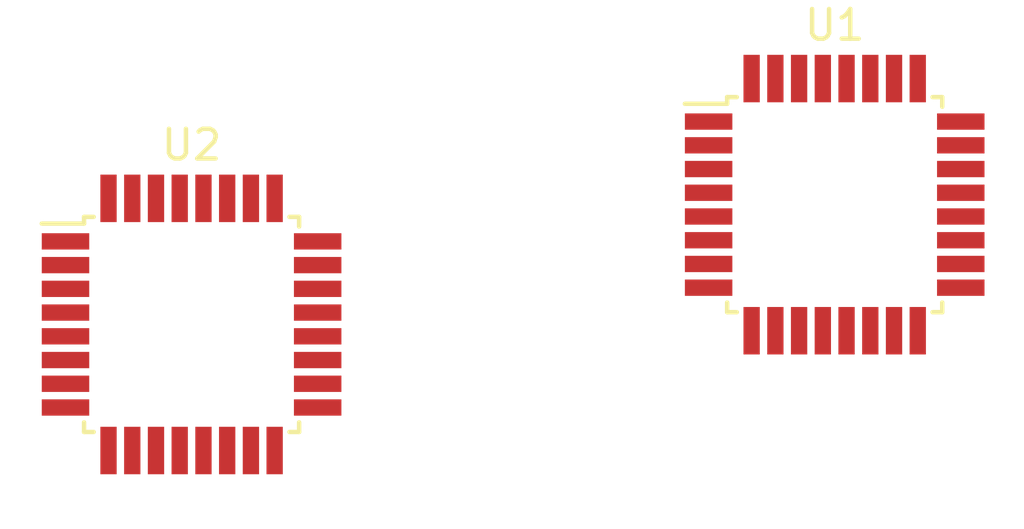
<source format=kicad_pcb>
(kicad_pcb (version 4) (host pcbnew 4.0.7)

  (general
    (links 0)
    (no_connects 0)
    (area 0 0 0 0)
    (thickness 1.6)
    (drawings 0)
    (tracks 0)
    (zones 0)
    (modules 2)
    (nets 1)
  )

  (page A4)
  (layers
    (0 F.Cu signal)
    (31 B.Cu signal)
    (32 B.Adhes user)
    (33 F.Adhes user)
    (34 B.Paste user)
    (35 F.Paste user)
    (36 B.SilkS user)
    (37 F.SilkS user)
    (38 B.Mask user)
    (39 F.Mask user)
    (40 Dwgs.User user)
    (41 Cmts.User user)
    (42 Eco1.User user)
    (43 Eco2.User user)
    (44 Edge.Cuts user)
    (45 Margin user)
    (46 B.CrtYd user)
    (47 F.CrtYd user)
    (48 B.Fab user)
    (49 F.Fab user)
  )

  (setup
    (last_trace_width 0.25)
    (trace_clearance 0.2)
    (zone_clearance 0.508)
    (zone_45_only no)
    (trace_min 0.2)
    (segment_width 0.2)
    (edge_width 0.15)
    (via_size 0.6)
    (via_drill 0.4)
    (via_min_size 0.4)
    (via_min_drill 0.3)
    (uvia_size 0.3)
    (uvia_drill 0.1)
    (uvias_allowed no)
    (uvia_min_size 0.2)
    (uvia_min_drill 0.1)
    (pcb_text_width 0.3)
    (pcb_text_size 1.5 1.5)
    (mod_edge_width 0.15)
    (mod_text_size 1 1)
    (mod_text_width 0.15)
    (pad_size 1.524 1.524)
    (pad_drill 0.762)
    (pad_to_mask_clearance 0.2)
    (aux_axis_origin 0 0)
    (visible_elements FFFFFF7F)
    (pcbplotparams
      (layerselection 0x00030_80000001)
      (usegerberextensions false)
      (excludeedgelayer true)
      (linewidth 0.100000)
      (plotframeref false)
      (viasonmask false)
      (mode 1)
      (useauxorigin false)
      (hpglpennumber 1)
      (hpglpenspeed 20)
      (hpglpendiameter 15)
      (hpglpenoverlay 2)
      (psnegative false)
      (psa4output false)
      (plotreference true)
      (plotvalue true)
      (plotinvisibletext false)
      (padsonsilk false)
      (subtractmaskfromsilk false)
      (outputformat 1)
      (mirror false)
      (drillshape 1)
      (scaleselection 1)
      (outputdirectory ""))
  )

  (net 0 "")

  (net_class Default "Dies ist die voreingestellte Netzklasse."
    (clearance 0.2)
    (trace_width 0.25)
    (via_dia 0.6)
    (via_drill 0.4)
    (uvia_dia 0.3)
    (uvia_drill 0.1)
  )

  (module Housings_QFP:TQFP-32_7x7mm_Pitch0.8mm (layer F.Cu) (tedit 58CC9A48) (tstamp 5AD875E7)
    (at 170.18 100.965)
    (descr "32-Lead Plastic Thin Quad Flatpack (PT) - 7x7x1.0 mm Body, 2.00 mm [TQFP] (see Microchip Packaging Specification 00000049BS.pdf)")
    (tags "QFP 0.8")
    (path /5AD87306)
    (attr smd)
    (fp_text reference U1 (at 0 -6.05) (layer F.SilkS)
      (effects (font (size 1 1) (thickness 0.15)))
    )
    (fp_text value ATMEGA328P-AU (at 0 6.05) (layer F.Fab)
      (effects (font (size 1 1) (thickness 0.15)))
    )
    (fp_text user %R (at 0 0) (layer F.Fab)
      (effects (font (size 1 1) (thickness 0.15)))
    )
    (fp_line (start -2.5 -3.5) (end 3.5 -3.5) (layer F.Fab) (width 0.15))
    (fp_line (start 3.5 -3.5) (end 3.5 3.5) (layer F.Fab) (width 0.15))
    (fp_line (start 3.5 3.5) (end -3.5 3.5) (layer F.Fab) (width 0.15))
    (fp_line (start -3.5 3.5) (end -3.5 -2.5) (layer F.Fab) (width 0.15))
    (fp_line (start -3.5 -2.5) (end -2.5 -3.5) (layer F.Fab) (width 0.15))
    (fp_line (start -5.3 -5.3) (end -5.3 5.3) (layer F.CrtYd) (width 0.05))
    (fp_line (start 5.3 -5.3) (end 5.3 5.3) (layer F.CrtYd) (width 0.05))
    (fp_line (start -5.3 -5.3) (end 5.3 -5.3) (layer F.CrtYd) (width 0.05))
    (fp_line (start -5.3 5.3) (end 5.3 5.3) (layer F.CrtYd) (width 0.05))
    (fp_line (start -3.625 -3.625) (end -3.625 -3.4) (layer F.SilkS) (width 0.15))
    (fp_line (start 3.625 -3.625) (end 3.625 -3.3) (layer F.SilkS) (width 0.15))
    (fp_line (start 3.625 3.625) (end 3.625 3.3) (layer F.SilkS) (width 0.15))
    (fp_line (start -3.625 3.625) (end -3.625 3.3) (layer F.SilkS) (width 0.15))
    (fp_line (start -3.625 -3.625) (end -3.3 -3.625) (layer F.SilkS) (width 0.15))
    (fp_line (start -3.625 3.625) (end -3.3 3.625) (layer F.SilkS) (width 0.15))
    (fp_line (start 3.625 3.625) (end 3.3 3.625) (layer F.SilkS) (width 0.15))
    (fp_line (start 3.625 -3.625) (end 3.3 -3.625) (layer F.SilkS) (width 0.15))
    (fp_line (start -3.625 -3.4) (end -5.05 -3.4) (layer F.SilkS) (width 0.15))
    (pad 1 smd rect (at -4.25 -2.8) (size 1.6 0.55) (layers F.Cu F.Paste F.Mask))
    (pad 2 smd rect (at -4.25 -2) (size 1.6 0.55) (layers F.Cu F.Paste F.Mask))
    (pad 3 smd rect (at -4.25 -1.2) (size 1.6 0.55) (layers F.Cu F.Paste F.Mask))
    (pad 4 smd rect (at -4.25 -0.4) (size 1.6 0.55) (layers F.Cu F.Paste F.Mask))
    (pad 5 smd rect (at -4.25 0.4) (size 1.6 0.55) (layers F.Cu F.Paste F.Mask))
    (pad 6 smd rect (at -4.25 1.2) (size 1.6 0.55) (layers F.Cu F.Paste F.Mask))
    (pad 7 smd rect (at -4.25 2) (size 1.6 0.55) (layers F.Cu F.Paste F.Mask))
    (pad 8 smd rect (at -4.25 2.8) (size 1.6 0.55) (layers F.Cu F.Paste F.Mask))
    (pad 9 smd rect (at -2.8 4.25 90) (size 1.6 0.55) (layers F.Cu F.Paste F.Mask))
    (pad 10 smd rect (at -2 4.25 90) (size 1.6 0.55) (layers F.Cu F.Paste F.Mask))
    (pad 11 smd rect (at -1.2 4.25 90) (size 1.6 0.55) (layers F.Cu F.Paste F.Mask))
    (pad 12 smd rect (at -0.4 4.25 90) (size 1.6 0.55) (layers F.Cu F.Paste F.Mask))
    (pad 13 smd rect (at 0.4 4.25 90) (size 1.6 0.55) (layers F.Cu F.Paste F.Mask))
    (pad 14 smd rect (at 1.2 4.25 90) (size 1.6 0.55) (layers F.Cu F.Paste F.Mask))
    (pad 15 smd rect (at 2 4.25 90) (size 1.6 0.55) (layers F.Cu F.Paste F.Mask))
    (pad 16 smd rect (at 2.8 4.25 90) (size 1.6 0.55) (layers F.Cu F.Paste F.Mask))
    (pad 17 smd rect (at 4.25 2.8) (size 1.6 0.55) (layers F.Cu F.Paste F.Mask))
    (pad 18 smd rect (at 4.25 2) (size 1.6 0.55) (layers F.Cu F.Paste F.Mask))
    (pad 19 smd rect (at 4.25 1.2) (size 1.6 0.55) (layers F.Cu F.Paste F.Mask))
    (pad 20 smd rect (at 4.25 0.4) (size 1.6 0.55) (layers F.Cu F.Paste F.Mask))
    (pad 21 smd rect (at 4.25 -0.4) (size 1.6 0.55) (layers F.Cu F.Paste F.Mask))
    (pad 22 smd rect (at 4.25 -1.2) (size 1.6 0.55) (layers F.Cu F.Paste F.Mask))
    (pad 23 smd rect (at 4.25 -2) (size 1.6 0.55) (layers F.Cu F.Paste F.Mask))
    (pad 24 smd rect (at 4.25 -2.8) (size 1.6 0.55) (layers F.Cu F.Paste F.Mask))
    (pad 25 smd rect (at 2.8 -4.25 90) (size 1.6 0.55) (layers F.Cu F.Paste F.Mask))
    (pad 26 smd rect (at 2 -4.25 90) (size 1.6 0.55) (layers F.Cu F.Paste F.Mask))
    (pad 27 smd rect (at 1.2 -4.25 90) (size 1.6 0.55) (layers F.Cu F.Paste F.Mask))
    (pad 28 smd rect (at 0.4 -4.25 90) (size 1.6 0.55) (layers F.Cu F.Paste F.Mask))
    (pad 29 smd rect (at -0.4 -4.25 90) (size 1.6 0.55) (layers F.Cu F.Paste F.Mask))
    (pad 30 smd rect (at -1.2 -4.25 90) (size 1.6 0.55) (layers F.Cu F.Paste F.Mask))
    (pad 31 smd rect (at -2 -4.25 90) (size 1.6 0.55) (layers F.Cu F.Paste F.Mask))
    (pad 32 smd rect (at -2.8 -4.25 90) (size 1.6 0.55) (layers F.Cu F.Paste F.Mask))
    (model ${KISYS3DMOD}/Housings_QFP.3dshapes/TQFP-32_7x7mm_Pitch0.8mm.wrl
      (at (xyz 0 0 0))
      (scale (xyz 1 1 1))
      (rotate (xyz 0 0 0))
    )
  )

  (module Housings_QFP:TQFP-32_7x7mm_Pitch0.8mm (layer F.Cu) (tedit 58CC9A48) (tstamp 5AD8760B)
    (at 148.5011 105.0036)
    (descr "32-Lead Plastic Thin Quad Flatpack (PT) - 7x7x1.0 mm Body, 2.00 mm [TQFP] (see Microchip Packaging Specification 00000049BS.pdf)")
    (tags "QFP 0.8")
    (path /5AD873D0)
    (attr smd)
    (fp_text reference U2 (at 0 -6.05) (layer F.SilkS)
      (effects (font (size 1 1) (thickness 0.15)))
    )
    (fp_text value SAMD20E15A-AU (at 0 6.05) (layer F.Fab)
      (effects (font (size 1 1) (thickness 0.15)))
    )
    (fp_text user %R (at 0 0) (layer F.Fab)
      (effects (font (size 1 1) (thickness 0.15)))
    )
    (fp_line (start -2.5 -3.5) (end 3.5 -3.5) (layer F.Fab) (width 0.15))
    (fp_line (start 3.5 -3.5) (end 3.5 3.5) (layer F.Fab) (width 0.15))
    (fp_line (start 3.5 3.5) (end -3.5 3.5) (layer F.Fab) (width 0.15))
    (fp_line (start -3.5 3.5) (end -3.5 -2.5) (layer F.Fab) (width 0.15))
    (fp_line (start -3.5 -2.5) (end -2.5 -3.5) (layer F.Fab) (width 0.15))
    (fp_line (start -5.3 -5.3) (end -5.3 5.3) (layer F.CrtYd) (width 0.05))
    (fp_line (start 5.3 -5.3) (end 5.3 5.3) (layer F.CrtYd) (width 0.05))
    (fp_line (start -5.3 -5.3) (end 5.3 -5.3) (layer F.CrtYd) (width 0.05))
    (fp_line (start -5.3 5.3) (end 5.3 5.3) (layer F.CrtYd) (width 0.05))
    (fp_line (start -3.625 -3.625) (end -3.625 -3.4) (layer F.SilkS) (width 0.15))
    (fp_line (start 3.625 -3.625) (end 3.625 -3.3) (layer F.SilkS) (width 0.15))
    (fp_line (start 3.625 3.625) (end 3.625 3.3) (layer F.SilkS) (width 0.15))
    (fp_line (start -3.625 3.625) (end -3.625 3.3) (layer F.SilkS) (width 0.15))
    (fp_line (start -3.625 -3.625) (end -3.3 -3.625) (layer F.SilkS) (width 0.15))
    (fp_line (start -3.625 3.625) (end -3.3 3.625) (layer F.SilkS) (width 0.15))
    (fp_line (start 3.625 3.625) (end 3.3 3.625) (layer F.SilkS) (width 0.15))
    (fp_line (start 3.625 -3.625) (end 3.3 -3.625) (layer F.SilkS) (width 0.15))
    (fp_line (start -3.625 -3.4) (end -5.05 -3.4) (layer F.SilkS) (width 0.15))
    (pad 1 smd rect (at -4.25 -2.8) (size 1.6 0.55) (layers F.Cu F.Paste F.Mask))
    (pad 2 smd rect (at -4.25 -2) (size 1.6 0.55) (layers F.Cu F.Paste F.Mask))
    (pad 3 smd rect (at -4.25 -1.2) (size 1.6 0.55) (layers F.Cu F.Paste F.Mask))
    (pad 4 smd rect (at -4.25 -0.4) (size 1.6 0.55) (layers F.Cu F.Paste F.Mask))
    (pad 5 smd rect (at -4.25 0.4) (size 1.6 0.55) (layers F.Cu F.Paste F.Mask))
    (pad 6 smd rect (at -4.25 1.2) (size 1.6 0.55) (layers F.Cu F.Paste F.Mask))
    (pad 7 smd rect (at -4.25 2) (size 1.6 0.55) (layers F.Cu F.Paste F.Mask))
    (pad 8 smd rect (at -4.25 2.8) (size 1.6 0.55) (layers F.Cu F.Paste F.Mask))
    (pad 9 smd rect (at -2.8 4.25 90) (size 1.6 0.55) (layers F.Cu F.Paste F.Mask))
    (pad 10 smd rect (at -2 4.25 90) (size 1.6 0.55) (layers F.Cu F.Paste F.Mask))
    (pad 11 smd rect (at -1.2 4.25 90) (size 1.6 0.55) (layers F.Cu F.Paste F.Mask))
    (pad 12 smd rect (at -0.4 4.25 90) (size 1.6 0.55) (layers F.Cu F.Paste F.Mask))
    (pad 13 smd rect (at 0.4 4.25 90) (size 1.6 0.55) (layers F.Cu F.Paste F.Mask))
    (pad 14 smd rect (at 1.2 4.25 90) (size 1.6 0.55) (layers F.Cu F.Paste F.Mask))
    (pad 15 smd rect (at 2 4.25 90) (size 1.6 0.55) (layers F.Cu F.Paste F.Mask))
    (pad 16 smd rect (at 2.8 4.25 90) (size 1.6 0.55) (layers F.Cu F.Paste F.Mask))
    (pad 17 smd rect (at 4.25 2.8) (size 1.6 0.55) (layers F.Cu F.Paste F.Mask))
    (pad 18 smd rect (at 4.25 2) (size 1.6 0.55) (layers F.Cu F.Paste F.Mask))
    (pad 19 smd rect (at 4.25 1.2) (size 1.6 0.55) (layers F.Cu F.Paste F.Mask))
    (pad 20 smd rect (at 4.25 0.4) (size 1.6 0.55) (layers F.Cu F.Paste F.Mask))
    (pad 21 smd rect (at 4.25 -0.4) (size 1.6 0.55) (layers F.Cu F.Paste F.Mask))
    (pad 22 smd rect (at 4.25 -1.2) (size 1.6 0.55) (layers F.Cu F.Paste F.Mask))
    (pad 23 smd rect (at 4.25 -2) (size 1.6 0.55) (layers F.Cu F.Paste F.Mask))
    (pad 24 smd rect (at 4.25 -2.8) (size 1.6 0.55) (layers F.Cu F.Paste F.Mask))
    (pad 25 smd rect (at 2.8 -4.25 90) (size 1.6 0.55) (layers F.Cu F.Paste F.Mask))
    (pad 26 smd rect (at 2 -4.25 90) (size 1.6 0.55) (layers F.Cu F.Paste F.Mask))
    (pad 27 smd rect (at 1.2 -4.25 90) (size 1.6 0.55) (layers F.Cu F.Paste F.Mask))
    (pad 28 smd rect (at 0.4 -4.25 90) (size 1.6 0.55) (layers F.Cu F.Paste F.Mask))
    (pad 29 smd rect (at -0.4 -4.25 90) (size 1.6 0.55) (layers F.Cu F.Paste F.Mask))
    (pad 30 smd rect (at -1.2 -4.25 90) (size 1.6 0.55) (layers F.Cu F.Paste F.Mask))
    (pad 31 smd rect (at -2 -4.25 90) (size 1.6 0.55) (layers F.Cu F.Paste F.Mask))
    (pad 32 smd rect (at -2.8 -4.25 90) (size 1.6 0.55) (layers F.Cu F.Paste F.Mask))
    (model ${KISYS3DMOD}/Housings_QFP.3dshapes/TQFP-32_7x7mm_Pitch0.8mm.wrl
      (at (xyz 0 0 0))
      (scale (xyz 1 1 1))
      (rotate (xyz 0 0 0))
    )
  )

)

</source>
